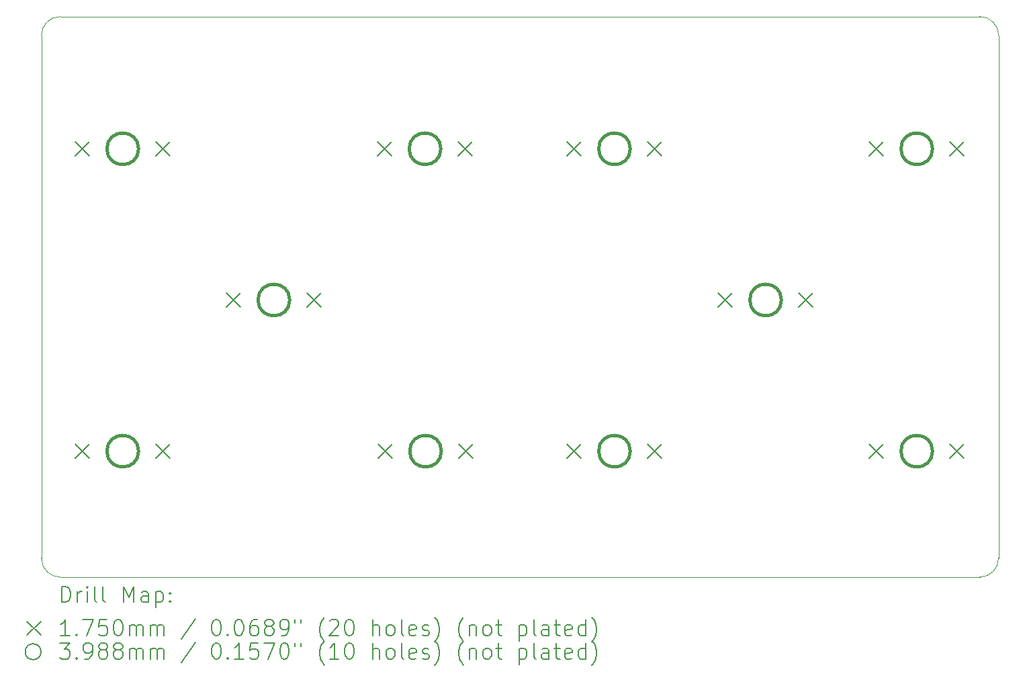
<source format=gbr>
%TF.GenerationSoftware,KiCad,Pcbnew,(6.0.8)*%
%TF.CreationDate,2022-10-24T13:17:56-06:00*%
%TF.ProjectId,pcb,7063622e-6b69-4636-9164-5f7063625858,rev?*%
%TF.SameCoordinates,Original*%
%TF.FileFunction,Drillmap*%
%TF.FilePolarity,Positive*%
%FSLAX45Y45*%
G04 Gerber Fmt 4.5, Leading zero omitted, Abs format (unit mm)*
G04 Created by KiCad (PCBNEW (6.0.8)) date 2022-10-24 13:17:56*
%MOMM*%
%LPD*%
G01*
G04 APERTURE LIST*
%ADD10C,0.100000*%
%ADD11C,0.200000*%
%ADD12C,0.175000*%
%ADD13C,0.398780*%
G04 APERTURE END LIST*
D10*
X8413750Y-5953125D02*
X20002500Y-5953125D01*
X8175625Y-12779375D02*
X8175625Y-6191250D01*
X8413750Y-5953125D02*
G75*
G03*
X8175625Y-6191250I0J-238125D01*
G01*
X20240625Y-6191250D02*
G75*
G03*
X20002500Y-5953125I-238125J0D01*
G01*
X20002500Y-13017500D02*
X8413750Y-13017500D01*
X8175620Y-12779375D02*
G75*
G03*
X8413750Y-13017500I238130J5D01*
G01*
X20240625Y-6191250D02*
X20240625Y-12779375D01*
X20002500Y-13017495D02*
G75*
G03*
X20240625Y-12779375I0J238125D01*
G01*
D11*
D12*
X8605025Y-7532500D02*
X8780025Y-7707500D01*
X8780025Y-7532500D02*
X8605025Y-7707500D01*
X8605025Y-11342500D02*
X8780025Y-11517500D01*
X8780025Y-11342500D02*
X8605025Y-11517500D01*
X9621025Y-7532500D02*
X9796025Y-7707500D01*
X9796025Y-7532500D02*
X9621025Y-7707500D01*
X9621025Y-11342500D02*
X9796025Y-11517500D01*
X9796025Y-11342500D02*
X9621025Y-11517500D01*
X10510025Y-9437500D02*
X10685025Y-9612500D01*
X10685025Y-9437500D02*
X10510025Y-9612500D01*
X11526025Y-9437500D02*
X11701025Y-9612500D01*
X11701025Y-9437500D02*
X11526025Y-9612500D01*
X12415025Y-7532500D02*
X12590025Y-7707500D01*
X12590025Y-7532500D02*
X12415025Y-7707500D01*
X12422000Y-11342500D02*
X12597000Y-11517500D01*
X12597000Y-11342500D02*
X12422000Y-11517500D01*
X13431025Y-7532500D02*
X13606025Y-7707500D01*
X13606025Y-7532500D02*
X13431025Y-7707500D01*
X13438000Y-11342500D02*
X13613000Y-11517500D01*
X13613000Y-11342500D02*
X13438000Y-11517500D01*
X14803250Y-7532500D02*
X14978250Y-7707500D01*
X14978250Y-7532500D02*
X14803250Y-7707500D01*
X14803250Y-11342500D02*
X14978250Y-11517500D01*
X14978250Y-11342500D02*
X14803250Y-11517500D01*
X15819250Y-7532500D02*
X15994250Y-7707500D01*
X15994250Y-7532500D02*
X15819250Y-7707500D01*
X15819250Y-11342500D02*
X15994250Y-11517500D01*
X15994250Y-11342500D02*
X15819250Y-11517500D01*
X16708250Y-9437500D02*
X16883250Y-9612500D01*
X16883250Y-9437500D02*
X16708250Y-9612500D01*
X17724250Y-9437500D02*
X17899250Y-9612500D01*
X17899250Y-9437500D02*
X17724250Y-9612500D01*
X18613250Y-7532500D02*
X18788250Y-7707500D01*
X18788250Y-7532500D02*
X18613250Y-7707500D01*
X18613250Y-11342500D02*
X18788250Y-11517500D01*
X18788250Y-11342500D02*
X18613250Y-11517500D01*
X19629250Y-7532500D02*
X19804250Y-7707500D01*
X19804250Y-7532500D02*
X19629250Y-7707500D01*
X19629250Y-11342500D02*
X19804250Y-11517500D01*
X19804250Y-11342500D02*
X19629250Y-11517500D01*
D13*
X9399915Y-7620000D02*
G75*
G03*
X9399915Y-7620000I-199390J0D01*
G01*
X9399915Y-11430000D02*
G75*
G03*
X9399915Y-11430000I-199390J0D01*
G01*
X11304915Y-9525000D02*
G75*
G03*
X11304915Y-9525000I-199390J0D01*
G01*
X13209915Y-7620000D02*
G75*
G03*
X13209915Y-7620000I-199390J0D01*
G01*
X13216890Y-11430000D02*
G75*
G03*
X13216890Y-11430000I-199390J0D01*
G01*
X15598140Y-7620000D02*
G75*
G03*
X15598140Y-7620000I-199390J0D01*
G01*
X15598140Y-11430000D02*
G75*
G03*
X15598140Y-11430000I-199390J0D01*
G01*
X17503140Y-9525000D02*
G75*
G03*
X17503140Y-9525000I-199390J0D01*
G01*
X19408140Y-7620000D02*
G75*
G03*
X19408140Y-7620000I-199390J0D01*
G01*
X19408140Y-11430000D02*
G75*
G03*
X19408140Y-11430000I-199390J0D01*
G01*
D11*
X8428244Y-13332976D02*
X8428244Y-13132976D01*
X8475863Y-13132976D01*
X8504435Y-13142500D01*
X8523482Y-13161548D01*
X8533006Y-13180595D01*
X8542530Y-13218690D01*
X8542530Y-13247262D01*
X8533006Y-13285357D01*
X8523482Y-13304405D01*
X8504435Y-13323452D01*
X8475863Y-13332976D01*
X8428244Y-13332976D01*
X8628244Y-13332976D02*
X8628244Y-13199643D01*
X8628244Y-13237738D02*
X8637768Y-13218690D01*
X8647292Y-13209167D01*
X8666339Y-13199643D01*
X8685387Y-13199643D01*
X8752054Y-13332976D02*
X8752054Y-13199643D01*
X8752054Y-13132976D02*
X8742530Y-13142500D01*
X8752054Y-13152024D01*
X8761577Y-13142500D01*
X8752054Y-13132976D01*
X8752054Y-13152024D01*
X8875863Y-13332976D02*
X8856815Y-13323452D01*
X8847292Y-13304405D01*
X8847292Y-13132976D01*
X8980625Y-13332976D02*
X8961577Y-13323452D01*
X8952054Y-13304405D01*
X8952054Y-13132976D01*
X9209196Y-13332976D02*
X9209196Y-13132976D01*
X9275863Y-13275833D01*
X9342530Y-13132976D01*
X9342530Y-13332976D01*
X9523482Y-13332976D02*
X9523482Y-13228214D01*
X9513958Y-13209167D01*
X9494911Y-13199643D01*
X9456815Y-13199643D01*
X9437768Y-13209167D01*
X9523482Y-13323452D02*
X9504435Y-13332976D01*
X9456815Y-13332976D01*
X9437768Y-13323452D01*
X9428244Y-13304405D01*
X9428244Y-13285357D01*
X9437768Y-13266309D01*
X9456815Y-13256786D01*
X9504435Y-13256786D01*
X9523482Y-13247262D01*
X9618720Y-13199643D02*
X9618720Y-13399643D01*
X9618720Y-13209167D02*
X9637768Y-13199643D01*
X9675863Y-13199643D01*
X9694911Y-13209167D01*
X9704435Y-13218690D01*
X9713958Y-13237738D01*
X9713958Y-13294881D01*
X9704435Y-13313928D01*
X9694911Y-13323452D01*
X9675863Y-13332976D01*
X9637768Y-13332976D01*
X9618720Y-13323452D01*
X9799673Y-13313928D02*
X9809196Y-13323452D01*
X9799673Y-13332976D01*
X9790149Y-13323452D01*
X9799673Y-13313928D01*
X9799673Y-13332976D01*
X9799673Y-13209167D02*
X9809196Y-13218690D01*
X9799673Y-13228214D01*
X9790149Y-13218690D01*
X9799673Y-13209167D01*
X9799673Y-13228214D01*
D12*
X7995625Y-13575000D02*
X8170625Y-13750000D01*
X8170625Y-13575000D02*
X7995625Y-13750000D01*
D11*
X8533006Y-13752976D02*
X8418720Y-13752976D01*
X8475863Y-13752976D02*
X8475863Y-13552976D01*
X8456815Y-13581548D01*
X8437768Y-13600595D01*
X8418720Y-13610119D01*
X8618720Y-13733928D02*
X8628244Y-13743452D01*
X8618720Y-13752976D01*
X8609196Y-13743452D01*
X8618720Y-13733928D01*
X8618720Y-13752976D01*
X8694911Y-13552976D02*
X8828244Y-13552976D01*
X8742530Y-13752976D01*
X8999673Y-13552976D02*
X8904435Y-13552976D01*
X8894911Y-13648214D01*
X8904435Y-13638690D01*
X8923482Y-13629167D01*
X8971101Y-13629167D01*
X8990149Y-13638690D01*
X8999673Y-13648214D01*
X9009196Y-13667262D01*
X9009196Y-13714881D01*
X8999673Y-13733928D01*
X8990149Y-13743452D01*
X8971101Y-13752976D01*
X8923482Y-13752976D01*
X8904435Y-13743452D01*
X8894911Y-13733928D01*
X9133006Y-13552976D02*
X9152054Y-13552976D01*
X9171101Y-13562500D01*
X9180625Y-13572024D01*
X9190149Y-13591071D01*
X9199673Y-13629167D01*
X9199673Y-13676786D01*
X9190149Y-13714881D01*
X9180625Y-13733928D01*
X9171101Y-13743452D01*
X9152054Y-13752976D01*
X9133006Y-13752976D01*
X9113958Y-13743452D01*
X9104435Y-13733928D01*
X9094911Y-13714881D01*
X9085387Y-13676786D01*
X9085387Y-13629167D01*
X9094911Y-13591071D01*
X9104435Y-13572024D01*
X9113958Y-13562500D01*
X9133006Y-13552976D01*
X9285387Y-13752976D02*
X9285387Y-13619643D01*
X9285387Y-13638690D02*
X9294911Y-13629167D01*
X9313958Y-13619643D01*
X9342530Y-13619643D01*
X9361577Y-13629167D01*
X9371101Y-13648214D01*
X9371101Y-13752976D01*
X9371101Y-13648214D02*
X9380625Y-13629167D01*
X9399673Y-13619643D01*
X9428244Y-13619643D01*
X9447292Y-13629167D01*
X9456815Y-13648214D01*
X9456815Y-13752976D01*
X9552054Y-13752976D02*
X9552054Y-13619643D01*
X9552054Y-13638690D02*
X9561577Y-13629167D01*
X9580625Y-13619643D01*
X9609196Y-13619643D01*
X9628244Y-13629167D01*
X9637768Y-13648214D01*
X9637768Y-13752976D01*
X9637768Y-13648214D02*
X9647292Y-13629167D01*
X9666339Y-13619643D01*
X9694911Y-13619643D01*
X9713958Y-13629167D01*
X9723482Y-13648214D01*
X9723482Y-13752976D01*
X10113958Y-13543452D02*
X9942530Y-13800595D01*
X10371101Y-13552976D02*
X10390149Y-13552976D01*
X10409196Y-13562500D01*
X10418720Y-13572024D01*
X10428244Y-13591071D01*
X10437768Y-13629167D01*
X10437768Y-13676786D01*
X10428244Y-13714881D01*
X10418720Y-13733928D01*
X10409196Y-13743452D01*
X10390149Y-13752976D01*
X10371101Y-13752976D01*
X10352054Y-13743452D01*
X10342530Y-13733928D01*
X10333006Y-13714881D01*
X10323482Y-13676786D01*
X10323482Y-13629167D01*
X10333006Y-13591071D01*
X10342530Y-13572024D01*
X10352054Y-13562500D01*
X10371101Y-13552976D01*
X10523482Y-13733928D02*
X10533006Y-13743452D01*
X10523482Y-13752976D01*
X10513958Y-13743452D01*
X10523482Y-13733928D01*
X10523482Y-13752976D01*
X10656815Y-13552976D02*
X10675863Y-13552976D01*
X10694911Y-13562500D01*
X10704435Y-13572024D01*
X10713958Y-13591071D01*
X10723482Y-13629167D01*
X10723482Y-13676786D01*
X10713958Y-13714881D01*
X10704435Y-13733928D01*
X10694911Y-13743452D01*
X10675863Y-13752976D01*
X10656815Y-13752976D01*
X10637768Y-13743452D01*
X10628244Y-13733928D01*
X10618720Y-13714881D01*
X10609196Y-13676786D01*
X10609196Y-13629167D01*
X10618720Y-13591071D01*
X10628244Y-13572024D01*
X10637768Y-13562500D01*
X10656815Y-13552976D01*
X10894911Y-13552976D02*
X10856815Y-13552976D01*
X10837768Y-13562500D01*
X10828244Y-13572024D01*
X10809196Y-13600595D01*
X10799673Y-13638690D01*
X10799673Y-13714881D01*
X10809196Y-13733928D01*
X10818720Y-13743452D01*
X10837768Y-13752976D01*
X10875863Y-13752976D01*
X10894911Y-13743452D01*
X10904435Y-13733928D01*
X10913958Y-13714881D01*
X10913958Y-13667262D01*
X10904435Y-13648214D01*
X10894911Y-13638690D01*
X10875863Y-13629167D01*
X10837768Y-13629167D01*
X10818720Y-13638690D01*
X10809196Y-13648214D01*
X10799673Y-13667262D01*
X11028244Y-13638690D02*
X11009196Y-13629167D01*
X10999673Y-13619643D01*
X10990149Y-13600595D01*
X10990149Y-13591071D01*
X10999673Y-13572024D01*
X11009196Y-13562500D01*
X11028244Y-13552976D01*
X11066339Y-13552976D01*
X11085387Y-13562500D01*
X11094911Y-13572024D01*
X11104435Y-13591071D01*
X11104435Y-13600595D01*
X11094911Y-13619643D01*
X11085387Y-13629167D01*
X11066339Y-13638690D01*
X11028244Y-13638690D01*
X11009196Y-13648214D01*
X10999673Y-13657738D01*
X10990149Y-13676786D01*
X10990149Y-13714881D01*
X10999673Y-13733928D01*
X11009196Y-13743452D01*
X11028244Y-13752976D01*
X11066339Y-13752976D01*
X11085387Y-13743452D01*
X11094911Y-13733928D01*
X11104435Y-13714881D01*
X11104435Y-13676786D01*
X11094911Y-13657738D01*
X11085387Y-13648214D01*
X11066339Y-13638690D01*
X11199673Y-13752976D02*
X11237768Y-13752976D01*
X11256815Y-13743452D01*
X11266339Y-13733928D01*
X11285387Y-13705357D01*
X11294911Y-13667262D01*
X11294911Y-13591071D01*
X11285387Y-13572024D01*
X11275863Y-13562500D01*
X11256815Y-13552976D01*
X11218720Y-13552976D01*
X11199673Y-13562500D01*
X11190149Y-13572024D01*
X11180625Y-13591071D01*
X11180625Y-13638690D01*
X11190149Y-13657738D01*
X11199673Y-13667262D01*
X11218720Y-13676786D01*
X11256815Y-13676786D01*
X11275863Y-13667262D01*
X11285387Y-13657738D01*
X11294911Y-13638690D01*
X11371101Y-13552976D02*
X11371101Y-13591071D01*
X11447292Y-13552976D02*
X11447292Y-13591071D01*
X11742530Y-13829167D02*
X11733006Y-13819643D01*
X11713958Y-13791071D01*
X11704434Y-13772024D01*
X11694911Y-13743452D01*
X11685387Y-13695833D01*
X11685387Y-13657738D01*
X11694911Y-13610119D01*
X11704434Y-13581548D01*
X11713958Y-13562500D01*
X11733006Y-13533928D01*
X11742530Y-13524405D01*
X11809196Y-13572024D02*
X11818720Y-13562500D01*
X11837768Y-13552976D01*
X11885387Y-13552976D01*
X11904434Y-13562500D01*
X11913958Y-13572024D01*
X11923482Y-13591071D01*
X11923482Y-13610119D01*
X11913958Y-13638690D01*
X11799673Y-13752976D01*
X11923482Y-13752976D01*
X12047292Y-13552976D02*
X12066339Y-13552976D01*
X12085387Y-13562500D01*
X12094911Y-13572024D01*
X12104434Y-13591071D01*
X12113958Y-13629167D01*
X12113958Y-13676786D01*
X12104434Y-13714881D01*
X12094911Y-13733928D01*
X12085387Y-13743452D01*
X12066339Y-13752976D01*
X12047292Y-13752976D01*
X12028244Y-13743452D01*
X12018720Y-13733928D01*
X12009196Y-13714881D01*
X11999673Y-13676786D01*
X11999673Y-13629167D01*
X12009196Y-13591071D01*
X12018720Y-13572024D01*
X12028244Y-13562500D01*
X12047292Y-13552976D01*
X12352053Y-13752976D02*
X12352053Y-13552976D01*
X12437768Y-13752976D02*
X12437768Y-13648214D01*
X12428244Y-13629167D01*
X12409196Y-13619643D01*
X12380625Y-13619643D01*
X12361577Y-13629167D01*
X12352053Y-13638690D01*
X12561577Y-13752976D02*
X12542530Y-13743452D01*
X12533006Y-13733928D01*
X12523482Y-13714881D01*
X12523482Y-13657738D01*
X12533006Y-13638690D01*
X12542530Y-13629167D01*
X12561577Y-13619643D01*
X12590149Y-13619643D01*
X12609196Y-13629167D01*
X12618720Y-13638690D01*
X12628244Y-13657738D01*
X12628244Y-13714881D01*
X12618720Y-13733928D01*
X12609196Y-13743452D01*
X12590149Y-13752976D01*
X12561577Y-13752976D01*
X12742530Y-13752976D02*
X12723482Y-13743452D01*
X12713958Y-13724405D01*
X12713958Y-13552976D01*
X12894911Y-13743452D02*
X12875863Y-13752976D01*
X12837768Y-13752976D01*
X12818720Y-13743452D01*
X12809196Y-13724405D01*
X12809196Y-13648214D01*
X12818720Y-13629167D01*
X12837768Y-13619643D01*
X12875863Y-13619643D01*
X12894911Y-13629167D01*
X12904434Y-13648214D01*
X12904434Y-13667262D01*
X12809196Y-13686309D01*
X12980625Y-13743452D02*
X12999673Y-13752976D01*
X13037768Y-13752976D01*
X13056815Y-13743452D01*
X13066339Y-13724405D01*
X13066339Y-13714881D01*
X13056815Y-13695833D01*
X13037768Y-13686309D01*
X13009196Y-13686309D01*
X12990149Y-13676786D01*
X12980625Y-13657738D01*
X12980625Y-13648214D01*
X12990149Y-13629167D01*
X13009196Y-13619643D01*
X13037768Y-13619643D01*
X13056815Y-13629167D01*
X13133006Y-13829167D02*
X13142530Y-13819643D01*
X13161577Y-13791071D01*
X13171101Y-13772024D01*
X13180625Y-13743452D01*
X13190149Y-13695833D01*
X13190149Y-13657738D01*
X13180625Y-13610119D01*
X13171101Y-13581548D01*
X13161577Y-13562500D01*
X13142530Y-13533928D01*
X13133006Y-13524405D01*
X13494911Y-13829167D02*
X13485387Y-13819643D01*
X13466339Y-13791071D01*
X13456815Y-13772024D01*
X13447292Y-13743452D01*
X13437768Y-13695833D01*
X13437768Y-13657738D01*
X13447292Y-13610119D01*
X13456815Y-13581548D01*
X13466339Y-13562500D01*
X13485387Y-13533928D01*
X13494911Y-13524405D01*
X13571101Y-13619643D02*
X13571101Y-13752976D01*
X13571101Y-13638690D02*
X13580625Y-13629167D01*
X13599673Y-13619643D01*
X13628244Y-13619643D01*
X13647292Y-13629167D01*
X13656815Y-13648214D01*
X13656815Y-13752976D01*
X13780625Y-13752976D02*
X13761577Y-13743452D01*
X13752053Y-13733928D01*
X13742530Y-13714881D01*
X13742530Y-13657738D01*
X13752053Y-13638690D01*
X13761577Y-13629167D01*
X13780625Y-13619643D01*
X13809196Y-13619643D01*
X13828244Y-13629167D01*
X13837768Y-13638690D01*
X13847292Y-13657738D01*
X13847292Y-13714881D01*
X13837768Y-13733928D01*
X13828244Y-13743452D01*
X13809196Y-13752976D01*
X13780625Y-13752976D01*
X13904434Y-13619643D02*
X13980625Y-13619643D01*
X13933006Y-13552976D02*
X13933006Y-13724405D01*
X13942530Y-13743452D01*
X13961577Y-13752976D01*
X13980625Y-13752976D01*
X14199673Y-13619643D02*
X14199673Y-13819643D01*
X14199673Y-13629167D02*
X14218720Y-13619643D01*
X14256815Y-13619643D01*
X14275863Y-13629167D01*
X14285387Y-13638690D01*
X14294911Y-13657738D01*
X14294911Y-13714881D01*
X14285387Y-13733928D01*
X14275863Y-13743452D01*
X14256815Y-13752976D01*
X14218720Y-13752976D01*
X14199673Y-13743452D01*
X14409196Y-13752976D02*
X14390149Y-13743452D01*
X14380625Y-13724405D01*
X14380625Y-13552976D01*
X14571101Y-13752976D02*
X14571101Y-13648214D01*
X14561577Y-13629167D01*
X14542530Y-13619643D01*
X14504434Y-13619643D01*
X14485387Y-13629167D01*
X14571101Y-13743452D02*
X14552053Y-13752976D01*
X14504434Y-13752976D01*
X14485387Y-13743452D01*
X14475863Y-13724405D01*
X14475863Y-13705357D01*
X14485387Y-13686309D01*
X14504434Y-13676786D01*
X14552053Y-13676786D01*
X14571101Y-13667262D01*
X14637768Y-13619643D02*
X14713958Y-13619643D01*
X14666339Y-13552976D02*
X14666339Y-13724405D01*
X14675863Y-13743452D01*
X14694911Y-13752976D01*
X14713958Y-13752976D01*
X14856815Y-13743452D02*
X14837768Y-13752976D01*
X14799673Y-13752976D01*
X14780625Y-13743452D01*
X14771101Y-13724405D01*
X14771101Y-13648214D01*
X14780625Y-13629167D01*
X14799673Y-13619643D01*
X14837768Y-13619643D01*
X14856815Y-13629167D01*
X14866339Y-13648214D01*
X14866339Y-13667262D01*
X14771101Y-13686309D01*
X15037768Y-13752976D02*
X15037768Y-13552976D01*
X15037768Y-13743452D02*
X15018720Y-13752976D01*
X14980625Y-13752976D01*
X14961577Y-13743452D01*
X14952053Y-13733928D01*
X14942530Y-13714881D01*
X14942530Y-13657738D01*
X14952053Y-13638690D01*
X14961577Y-13629167D01*
X14980625Y-13619643D01*
X15018720Y-13619643D01*
X15037768Y-13629167D01*
X15113958Y-13829167D02*
X15123482Y-13819643D01*
X15142530Y-13791071D01*
X15152053Y-13772024D01*
X15161577Y-13743452D01*
X15171101Y-13695833D01*
X15171101Y-13657738D01*
X15161577Y-13610119D01*
X15152053Y-13581548D01*
X15142530Y-13562500D01*
X15123482Y-13533928D01*
X15113958Y-13524405D01*
X8170625Y-13957500D02*
G75*
G03*
X8170625Y-13957500I-100000J0D01*
G01*
X8409196Y-13847976D02*
X8533006Y-13847976D01*
X8466339Y-13924167D01*
X8494911Y-13924167D01*
X8513958Y-13933690D01*
X8523482Y-13943214D01*
X8533006Y-13962262D01*
X8533006Y-14009881D01*
X8523482Y-14028928D01*
X8513958Y-14038452D01*
X8494911Y-14047976D01*
X8437768Y-14047976D01*
X8418720Y-14038452D01*
X8409196Y-14028928D01*
X8618720Y-14028928D02*
X8628244Y-14038452D01*
X8618720Y-14047976D01*
X8609196Y-14038452D01*
X8618720Y-14028928D01*
X8618720Y-14047976D01*
X8723482Y-14047976D02*
X8761577Y-14047976D01*
X8780625Y-14038452D01*
X8790149Y-14028928D01*
X8809196Y-14000357D01*
X8818720Y-13962262D01*
X8818720Y-13886071D01*
X8809196Y-13867024D01*
X8799673Y-13857500D01*
X8780625Y-13847976D01*
X8742530Y-13847976D01*
X8723482Y-13857500D01*
X8713958Y-13867024D01*
X8704435Y-13886071D01*
X8704435Y-13933690D01*
X8713958Y-13952738D01*
X8723482Y-13962262D01*
X8742530Y-13971786D01*
X8780625Y-13971786D01*
X8799673Y-13962262D01*
X8809196Y-13952738D01*
X8818720Y-13933690D01*
X8933006Y-13933690D02*
X8913958Y-13924167D01*
X8904435Y-13914643D01*
X8894911Y-13895595D01*
X8894911Y-13886071D01*
X8904435Y-13867024D01*
X8913958Y-13857500D01*
X8933006Y-13847976D01*
X8971101Y-13847976D01*
X8990149Y-13857500D01*
X8999673Y-13867024D01*
X9009196Y-13886071D01*
X9009196Y-13895595D01*
X8999673Y-13914643D01*
X8990149Y-13924167D01*
X8971101Y-13933690D01*
X8933006Y-13933690D01*
X8913958Y-13943214D01*
X8904435Y-13952738D01*
X8894911Y-13971786D01*
X8894911Y-14009881D01*
X8904435Y-14028928D01*
X8913958Y-14038452D01*
X8933006Y-14047976D01*
X8971101Y-14047976D01*
X8990149Y-14038452D01*
X8999673Y-14028928D01*
X9009196Y-14009881D01*
X9009196Y-13971786D01*
X8999673Y-13952738D01*
X8990149Y-13943214D01*
X8971101Y-13933690D01*
X9123482Y-13933690D02*
X9104435Y-13924167D01*
X9094911Y-13914643D01*
X9085387Y-13895595D01*
X9085387Y-13886071D01*
X9094911Y-13867024D01*
X9104435Y-13857500D01*
X9123482Y-13847976D01*
X9161577Y-13847976D01*
X9180625Y-13857500D01*
X9190149Y-13867024D01*
X9199673Y-13886071D01*
X9199673Y-13895595D01*
X9190149Y-13914643D01*
X9180625Y-13924167D01*
X9161577Y-13933690D01*
X9123482Y-13933690D01*
X9104435Y-13943214D01*
X9094911Y-13952738D01*
X9085387Y-13971786D01*
X9085387Y-14009881D01*
X9094911Y-14028928D01*
X9104435Y-14038452D01*
X9123482Y-14047976D01*
X9161577Y-14047976D01*
X9180625Y-14038452D01*
X9190149Y-14028928D01*
X9199673Y-14009881D01*
X9199673Y-13971786D01*
X9190149Y-13952738D01*
X9180625Y-13943214D01*
X9161577Y-13933690D01*
X9285387Y-14047976D02*
X9285387Y-13914643D01*
X9285387Y-13933690D02*
X9294911Y-13924167D01*
X9313958Y-13914643D01*
X9342530Y-13914643D01*
X9361577Y-13924167D01*
X9371101Y-13943214D01*
X9371101Y-14047976D01*
X9371101Y-13943214D02*
X9380625Y-13924167D01*
X9399673Y-13914643D01*
X9428244Y-13914643D01*
X9447292Y-13924167D01*
X9456815Y-13943214D01*
X9456815Y-14047976D01*
X9552054Y-14047976D02*
X9552054Y-13914643D01*
X9552054Y-13933690D02*
X9561577Y-13924167D01*
X9580625Y-13914643D01*
X9609196Y-13914643D01*
X9628244Y-13924167D01*
X9637768Y-13943214D01*
X9637768Y-14047976D01*
X9637768Y-13943214D02*
X9647292Y-13924167D01*
X9666339Y-13914643D01*
X9694911Y-13914643D01*
X9713958Y-13924167D01*
X9723482Y-13943214D01*
X9723482Y-14047976D01*
X10113958Y-13838452D02*
X9942530Y-14095595D01*
X10371101Y-13847976D02*
X10390149Y-13847976D01*
X10409196Y-13857500D01*
X10418720Y-13867024D01*
X10428244Y-13886071D01*
X10437768Y-13924167D01*
X10437768Y-13971786D01*
X10428244Y-14009881D01*
X10418720Y-14028928D01*
X10409196Y-14038452D01*
X10390149Y-14047976D01*
X10371101Y-14047976D01*
X10352054Y-14038452D01*
X10342530Y-14028928D01*
X10333006Y-14009881D01*
X10323482Y-13971786D01*
X10323482Y-13924167D01*
X10333006Y-13886071D01*
X10342530Y-13867024D01*
X10352054Y-13857500D01*
X10371101Y-13847976D01*
X10523482Y-14028928D02*
X10533006Y-14038452D01*
X10523482Y-14047976D01*
X10513958Y-14038452D01*
X10523482Y-14028928D01*
X10523482Y-14047976D01*
X10723482Y-14047976D02*
X10609196Y-14047976D01*
X10666339Y-14047976D02*
X10666339Y-13847976D01*
X10647292Y-13876548D01*
X10628244Y-13895595D01*
X10609196Y-13905119D01*
X10904435Y-13847976D02*
X10809196Y-13847976D01*
X10799673Y-13943214D01*
X10809196Y-13933690D01*
X10828244Y-13924167D01*
X10875863Y-13924167D01*
X10894911Y-13933690D01*
X10904435Y-13943214D01*
X10913958Y-13962262D01*
X10913958Y-14009881D01*
X10904435Y-14028928D01*
X10894911Y-14038452D01*
X10875863Y-14047976D01*
X10828244Y-14047976D01*
X10809196Y-14038452D01*
X10799673Y-14028928D01*
X10980625Y-13847976D02*
X11113958Y-13847976D01*
X11028244Y-14047976D01*
X11228244Y-13847976D02*
X11247292Y-13847976D01*
X11266339Y-13857500D01*
X11275863Y-13867024D01*
X11285387Y-13886071D01*
X11294911Y-13924167D01*
X11294911Y-13971786D01*
X11285387Y-14009881D01*
X11275863Y-14028928D01*
X11266339Y-14038452D01*
X11247292Y-14047976D01*
X11228244Y-14047976D01*
X11209196Y-14038452D01*
X11199673Y-14028928D01*
X11190149Y-14009881D01*
X11180625Y-13971786D01*
X11180625Y-13924167D01*
X11190149Y-13886071D01*
X11199673Y-13867024D01*
X11209196Y-13857500D01*
X11228244Y-13847976D01*
X11371101Y-13847976D02*
X11371101Y-13886071D01*
X11447292Y-13847976D02*
X11447292Y-13886071D01*
X11742530Y-14124167D02*
X11733006Y-14114643D01*
X11713958Y-14086071D01*
X11704434Y-14067024D01*
X11694911Y-14038452D01*
X11685387Y-13990833D01*
X11685387Y-13952738D01*
X11694911Y-13905119D01*
X11704434Y-13876548D01*
X11713958Y-13857500D01*
X11733006Y-13828928D01*
X11742530Y-13819405D01*
X11923482Y-14047976D02*
X11809196Y-14047976D01*
X11866339Y-14047976D02*
X11866339Y-13847976D01*
X11847292Y-13876548D01*
X11828244Y-13895595D01*
X11809196Y-13905119D01*
X12047292Y-13847976D02*
X12066339Y-13847976D01*
X12085387Y-13857500D01*
X12094911Y-13867024D01*
X12104434Y-13886071D01*
X12113958Y-13924167D01*
X12113958Y-13971786D01*
X12104434Y-14009881D01*
X12094911Y-14028928D01*
X12085387Y-14038452D01*
X12066339Y-14047976D01*
X12047292Y-14047976D01*
X12028244Y-14038452D01*
X12018720Y-14028928D01*
X12009196Y-14009881D01*
X11999673Y-13971786D01*
X11999673Y-13924167D01*
X12009196Y-13886071D01*
X12018720Y-13867024D01*
X12028244Y-13857500D01*
X12047292Y-13847976D01*
X12352053Y-14047976D02*
X12352053Y-13847976D01*
X12437768Y-14047976D02*
X12437768Y-13943214D01*
X12428244Y-13924167D01*
X12409196Y-13914643D01*
X12380625Y-13914643D01*
X12361577Y-13924167D01*
X12352053Y-13933690D01*
X12561577Y-14047976D02*
X12542530Y-14038452D01*
X12533006Y-14028928D01*
X12523482Y-14009881D01*
X12523482Y-13952738D01*
X12533006Y-13933690D01*
X12542530Y-13924167D01*
X12561577Y-13914643D01*
X12590149Y-13914643D01*
X12609196Y-13924167D01*
X12618720Y-13933690D01*
X12628244Y-13952738D01*
X12628244Y-14009881D01*
X12618720Y-14028928D01*
X12609196Y-14038452D01*
X12590149Y-14047976D01*
X12561577Y-14047976D01*
X12742530Y-14047976D02*
X12723482Y-14038452D01*
X12713958Y-14019405D01*
X12713958Y-13847976D01*
X12894911Y-14038452D02*
X12875863Y-14047976D01*
X12837768Y-14047976D01*
X12818720Y-14038452D01*
X12809196Y-14019405D01*
X12809196Y-13943214D01*
X12818720Y-13924167D01*
X12837768Y-13914643D01*
X12875863Y-13914643D01*
X12894911Y-13924167D01*
X12904434Y-13943214D01*
X12904434Y-13962262D01*
X12809196Y-13981309D01*
X12980625Y-14038452D02*
X12999673Y-14047976D01*
X13037768Y-14047976D01*
X13056815Y-14038452D01*
X13066339Y-14019405D01*
X13066339Y-14009881D01*
X13056815Y-13990833D01*
X13037768Y-13981309D01*
X13009196Y-13981309D01*
X12990149Y-13971786D01*
X12980625Y-13952738D01*
X12980625Y-13943214D01*
X12990149Y-13924167D01*
X13009196Y-13914643D01*
X13037768Y-13914643D01*
X13056815Y-13924167D01*
X13133006Y-14124167D02*
X13142530Y-14114643D01*
X13161577Y-14086071D01*
X13171101Y-14067024D01*
X13180625Y-14038452D01*
X13190149Y-13990833D01*
X13190149Y-13952738D01*
X13180625Y-13905119D01*
X13171101Y-13876548D01*
X13161577Y-13857500D01*
X13142530Y-13828928D01*
X13133006Y-13819405D01*
X13494911Y-14124167D02*
X13485387Y-14114643D01*
X13466339Y-14086071D01*
X13456815Y-14067024D01*
X13447292Y-14038452D01*
X13437768Y-13990833D01*
X13437768Y-13952738D01*
X13447292Y-13905119D01*
X13456815Y-13876548D01*
X13466339Y-13857500D01*
X13485387Y-13828928D01*
X13494911Y-13819405D01*
X13571101Y-13914643D02*
X13571101Y-14047976D01*
X13571101Y-13933690D02*
X13580625Y-13924167D01*
X13599673Y-13914643D01*
X13628244Y-13914643D01*
X13647292Y-13924167D01*
X13656815Y-13943214D01*
X13656815Y-14047976D01*
X13780625Y-14047976D02*
X13761577Y-14038452D01*
X13752053Y-14028928D01*
X13742530Y-14009881D01*
X13742530Y-13952738D01*
X13752053Y-13933690D01*
X13761577Y-13924167D01*
X13780625Y-13914643D01*
X13809196Y-13914643D01*
X13828244Y-13924167D01*
X13837768Y-13933690D01*
X13847292Y-13952738D01*
X13847292Y-14009881D01*
X13837768Y-14028928D01*
X13828244Y-14038452D01*
X13809196Y-14047976D01*
X13780625Y-14047976D01*
X13904434Y-13914643D02*
X13980625Y-13914643D01*
X13933006Y-13847976D02*
X13933006Y-14019405D01*
X13942530Y-14038452D01*
X13961577Y-14047976D01*
X13980625Y-14047976D01*
X14199673Y-13914643D02*
X14199673Y-14114643D01*
X14199673Y-13924167D02*
X14218720Y-13914643D01*
X14256815Y-13914643D01*
X14275863Y-13924167D01*
X14285387Y-13933690D01*
X14294911Y-13952738D01*
X14294911Y-14009881D01*
X14285387Y-14028928D01*
X14275863Y-14038452D01*
X14256815Y-14047976D01*
X14218720Y-14047976D01*
X14199673Y-14038452D01*
X14409196Y-14047976D02*
X14390149Y-14038452D01*
X14380625Y-14019405D01*
X14380625Y-13847976D01*
X14571101Y-14047976D02*
X14571101Y-13943214D01*
X14561577Y-13924167D01*
X14542530Y-13914643D01*
X14504434Y-13914643D01*
X14485387Y-13924167D01*
X14571101Y-14038452D02*
X14552053Y-14047976D01*
X14504434Y-14047976D01*
X14485387Y-14038452D01*
X14475863Y-14019405D01*
X14475863Y-14000357D01*
X14485387Y-13981309D01*
X14504434Y-13971786D01*
X14552053Y-13971786D01*
X14571101Y-13962262D01*
X14637768Y-13914643D02*
X14713958Y-13914643D01*
X14666339Y-13847976D02*
X14666339Y-14019405D01*
X14675863Y-14038452D01*
X14694911Y-14047976D01*
X14713958Y-14047976D01*
X14856815Y-14038452D02*
X14837768Y-14047976D01*
X14799673Y-14047976D01*
X14780625Y-14038452D01*
X14771101Y-14019405D01*
X14771101Y-13943214D01*
X14780625Y-13924167D01*
X14799673Y-13914643D01*
X14837768Y-13914643D01*
X14856815Y-13924167D01*
X14866339Y-13943214D01*
X14866339Y-13962262D01*
X14771101Y-13981309D01*
X15037768Y-14047976D02*
X15037768Y-13847976D01*
X15037768Y-14038452D02*
X15018720Y-14047976D01*
X14980625Y-14047976D01*
X14961577Y-14038452D01*
X14952053Y-14028928D01*
X14942530Y-14009881D01*
X14942530Y-13952738D01*
X14952053Y-13933690D01*
X14961577Y-13924167D01*
X14980625Y-13914643D01*
X15018720Y-13914643D01*
X15037768Y-13924167D01*
X15113958Y-14124167D02*
X15123482Y-14114643D01*
X15142530Y-14086071D01*
X15152053Y-14067024D01*
X15161577Y-14038452D01*
X15171101Y-13990833D01*
X15171101Y-13952738D01*
X15161577Y-13905119D01*
X15152053Y-13876548D01*
X15142530Y-13857500D01*
X15123482Y-13828928D01*
X15113958Y-13819405D01*
M02*

</source>
